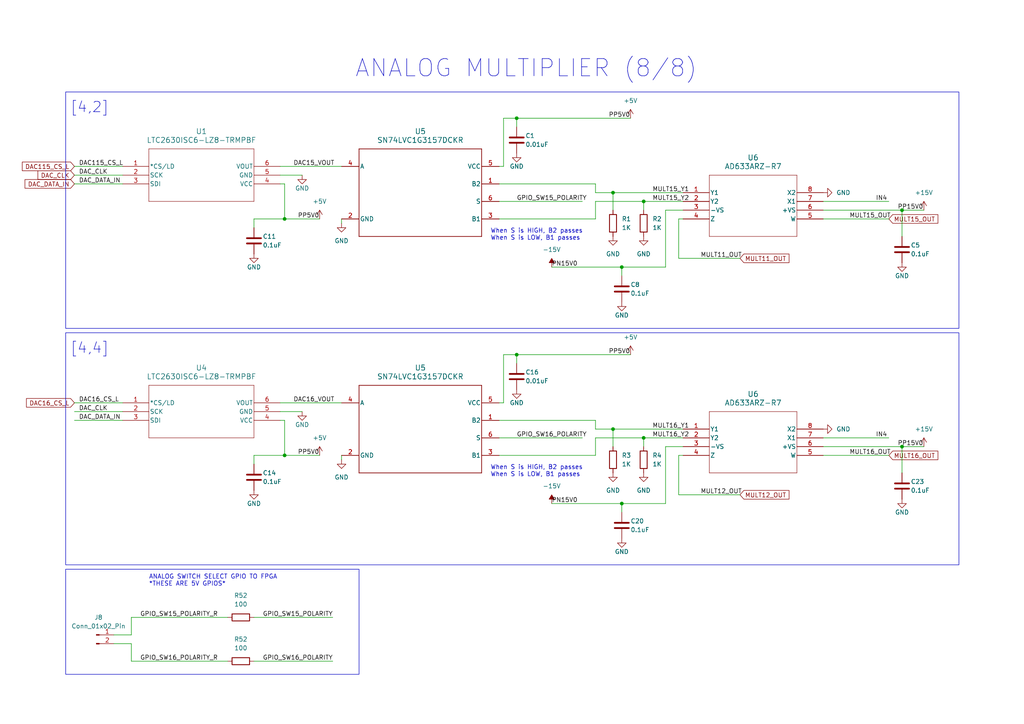
<source format=kicad_sch>
(kicad_sch (version 20230121) (generator eeschema)
  (paper "A4")
  (lib_symbols
    (symbol "AD633ARZ-R7:AD633ARZ-R7" (pin_names (offset 0.254))
      (property "Reference" "U" (at 20.32 10.16 0))
      (property "Value" "AD633ARZ-R7" (at 20.32 7.62 0))
      (symbol "AD633ARZ-R7_0_1"
        (polyline (pts (xy 7.62 -12.7) (xy 33.02 -12.7)) (stroke (width 0.127)))
        (polyline (pts (xy 7.62 5.08) (xy 7.62 -12.7)) (stroke (width 0.127)))
        (polyline (pts (xy 33.02 -12.7) (xy 33.02 5.08)) (stroke (width 0.127)))
        (polyline (pts (xy 33.02 5.08) (xy 7.62 5.08)) (stroke (width 0.127)))
        (pin unspecified line (at 0 0 0) (length 7.62) (name "Y1") (number "1"))
        (pin unspecified line (at 0 -2.54 0) (length 7.62) (name "Y2") (number "2"))
        (pin power_in line (at 0 -5.08 0) (length 7.62) (name "-VS") (number "3"))
        (pin unspecified line (at 0 -7.62 0) (length 7.62) (name "Z") (number "4"))
        (pin unspecified line (at 40.64 -7.62 180) (length 7.62) (name "W") (number "5"))
        (pin power_in line (at 40.64 -5.08 180) (length 7.62) (name "+VS") (number "6"))
        (pin unspecified line (at 40.64 -2.54 180) (length 7.62) (name "X1") (number "7"))
        (pin unspecified line (at 40.64 0 180) (length 7.62) (name "X2") (number "8"))
      )
    )
    (symbol "Connector:Conn_01x02_Pin" (pin_names (offset 1.016) hide)
      (property "Reference" "J" (at 0 2.54 0))
      (property "Value" "Conn_01x02_Pin" (at 0 -5.08 0))
      (symbol "Conn_01x02_Pin_1_1"
        (polyline (pts (xy 1.27 -2.54) (xy 0.8636 -2.54)) (stroke (width 0.1524)))
        (polyline (pts (xy 1.27 0) (xy 0.8636 0)) (stroke (width 0.1524)))
        (rectangle (start 0.8636 -2.413) (end 0 -2.667) (stroke (width 0.1524)) (fill (type outline)))
        (rectangle (start 0.8636 0.127) (end 0 -0.127) (stroke (width 0.1524)) (fill (type outline)))
        (pin passive line (at 5.08 0 180) (length 3.81) (name "Pin_1") (number "1"))
        (pin passive line (at 5.08 -2.54 180) (length 3.81) (name "Pin_2") (number "2"))
      )
    )
    (symbol "Device:C" (pin_numbers hide) (pin_names (offset 0.254))
      (property "Reference" "C" (at 0.635 2.54 0))
      (property "Value" "C" (at 0.635 -2.54 0))
      (symbol "C_0_1"
        (polyline (pts (xy -2.032 -0.762) (xy 2.032 -0.762)) (stroke (width 0.508)))
        (polyline (pts (xy -2.032 0.762) (xy 2.032 0.762)) (stroke (width 0.508)))
      )
      (symbol "C_1_1"
        (pin passive line (at 0 3.81 270) (length 2.794) (name "~") (number "1"))
        (pin passive line (at 0 -3.81 90) (length 2.794) (name "~") (number "2"))
      )
    )
    (symbol "Device:R" (pin_numbers hide) (pin_names (offset 0))
      (property "Reference" "R" (at 2.032 0 90))
      (property "Value" "R" (at 0 0 90))
      (symbol "R_0_1"
        (rectangle (start -1.016 -2.54) (end 1.016 2.54) (stroke (width 0.254)))
      )
      (symbol "R_1_1"
        (pin passive line (at 0 3.81 270) (length 1.27) (name "~") (number "1"))
        (pin passive line (at 0 -3.81 90) (length 1.27) (name "~") (number "2"))
      )
    )
    (symbol "LTC2630ISC6-LZ8#TRMPBF:LTC2630ISC6-LZ8-TRMPBF" (pin_names (offset 0.254))
      (property "Reference" "U" (at 22.86 10.16 0))
      (property "Value" "LTC2630ISC6-LZ8-TRMPBF" (at 22.86 7.62 0))
      (symbol "LTC2630ISC6-LZ8-TRMPBF_0_1"
        (polyline (pts (xy 7.62 -10.16) (xy 38.1 -10.16)) (stroke (width 0.127)))
        (polyline (pts (xy 7.62 5.08) (xy 7.62 -10.16)) (stroke (width 0.127)))
        (polyline (pts (xy 38.1 -10.16) (xy 38.1 5.08)) (stroke (width 0.127)))
        (polyline (pts (xy 38.1 5.08) (xy 7.62 5.08)) (stroke (width 0.127)))
        (pin input line (at 0 0 0) (length 7.62) (name "*CS/LD") (number "1"))
        (pin input line (at 0 -2.54 0) (length 7.62) (name "SCK") (number "2"))
        (pin input line (at 0 -5.08 0) (length 7.62) (name "SDI") (number "3"))
        (pin power_in line (at 45.72 -5.08 180) (length 7.62) (name "VCC") (number "4"))
        (pin power_out line (at 45.72 -2.54 180) (length 7.62) (name "GND") (number "5"))
        (pin output line (at 45.72 0 180) (length 7.62) (name "VOUT") (number "6"))
      )
    )
    (symbol "SN74LVC1G3157DCKR:SN74LVC1G3157DCKR" (pin_names (offset 0.254))
      (property "Reference" "U" (at 0 2.54 0))
      (property "Value" "SN74LVC1G3157DCKR" (at 0 0 0))
      (symbol "SN74LVC1G3157DCKR_0_1"
        (polyline (pts (xy -17.78 -12.7) (xy 17.78 -12.7)) (stroke (width 0.2032)))
        (polyline (pts (xy -17.78 12.7) (xy -17.78 -12.7)) (stroke (width 0.2032)))
        (polyline (pts (xy 17.78 -12.7) (xy 17.78 12.7)) (stroke (width 0.2032)))
        (polyline (pts (xy 17.78 12.7) (xy -17.78 12.7)) (stroke (width 0.2032)))
        (pin input line (at -22.86 2.54 0) (length 5.08) (name "B2") (number "1"))
        (pin power_in line (at 22.86 -7.62 180) (length 5.08) (name "GND") (number "2"))
        (pin input line (at -22.86 -7.62 0) (length 5.08) (name "B1") (number "3"))
        (pin output line (at 22.86 7.62 180) (length 5.08) (name "A") (number "4"))
        (pin power_in line (at -22.86 7.62 0) (length 5.08) (name "VCC") (number "5"))
        (pin input line (at -22.86 -2.54 0) (length 5.08) (name "S") (number "6"))
      )
    )
    (symbol "power:+15V" (power) (pin_names (offset 0))
      (property "Value" "+15V" (at 0 3.556 0))
      (symbol "+15V_0_1"
        (polyline (pts (xy -0.762 1.27) (xy 0 2.54)))
        (polyline (pts (xy 0 0) (xy 0 2.54)))
        (polyline (pts (xy 0 2.54) (xy 0.762 1.27)))
      )
      (symbol "+15V_1_1"
        (pin power_in line (at 0 0 90) (length 0) hide (name "+15V") (number "1"))
      )
    )
    (symbol "power:+5V" (power) (pin_names (offset 0))
      (property "Value" "+5V" (at 0 3.556 0))
      (symbol "+5V_0_1"
        (polyline (pts (xy -0.762 1.27) (xy 0 2.54)))
        (polyline (pts (xy 0 0) (xy 0 2.54)))
        (polyline (pts (xy 0 2.54) (xy 0.762 1.27)))
      )
      (symbol "+5V_1_1"
        (pin power_in line (at 0 0 90) (length 0) hide (name "+5V") (number "1"))
      )
    )
    (symbol "power:-15V" (power) (pin_names (offset 0))
      (property "Value" "-15V" (at 0 3.81 0))
      (symbol "-15V_0_0"
        (pin power_in line (at 0 0 90) (length 0) hide (name "-15V") (number "1"))
      )
      (symbol "-15V_0_1"
        (polyline (pts (xy 0 0) (xy 0 1.27) (xy 0.762 1.27) (xy 0 2.54) (xy -0.762 1.27) (xy 0 1.27)) (fill (type outline)))
      )
    )
    (symbol "power:GND" (power) (pin_names (offset 0))
      (property "Value" "GND" (at 0 -3.81 0))
      (symbol "GND_0_1"
        (polyline (pts (xy 0 0) (xy 0 -1.27) (xy 1.27 -1.27) (xy 0 -2.54) (xy -1.27 -1.27) (xy 0 -1.27)))
      )
      (symbol "GND_1_1"
        (pin power_in line (at 0 0 270) (length 0) hide (name "GND") (number "1"))
      )
    )
  )
  (junction (at 186.69 127))
  (junction (at 180.34 77.47))
  (junction (at 186.69 58.42))
  (junction (at 149.86 34.29))
  (junction (at 261.62 60.96))
  (junction (at 82.55 132.08))
  (junction (at 177.8 55.88))
  (junction (at 82.55 63.5))
  (junction (at 149.86 102.87))
  (junction (at 177.8 124.46))
  (junction (at 180.34 146.05))
  (junction (at 261.62 129.54))
  (wire (pts (xy 177.8 55.88) (xy 198.12 55.88)))
  (wire (pts (xy 180.34 77.47) (xy 180.34 80.01)))
  (wire (pts (xy 172.72 58.42) (xy 186.69 58.42)))
  (wire (pts (xy 146.05 102.87) (xy 149.86 102.87)))
  (wire (pts (xy 73.66 191.77) (xy 96.52 191.77)))
  (wire (pts (xy 196.85 74.93) (xy 214.63 74.93)))
  (wire (pts (xy 238.76 58.42) (xy 257.81 58.42)))
  (wire (pts (xy 21.59 48.26) (xy 35.56 48.26)))
  (wire (pts (xy 81.28 116.84) (xy 99.06 116.84)))
  (wire (pts (xy 82.55 121.92) (xy 81.28 121.92)))
  (wire (pts (xy 177.8 124.46) (xy 177.8 129.54)))
  (wire (pts (xy 172.72 121.92) (xy 172.72 124.46)))
  (wire (pts (xy 186.69 127) (xy 198.12 127)))
  (wire (pts (xy 160.02 146.05) (xy 180.34 146.05)))
  (wire (pts (xy 38.1 186.69) (xy 38.1 191.77)))
  (wire (pts (xy 144.78 127) (xy 168.91 127)))
  (wire (pts (xy 198.12 129.54) (xy 193.04 129.54)))
  (wire (pts (xy 196.85 63.5) (xy 198.12 63.5)))
  (wire (pts (xy 82.55 53.34) (xy 82.55 63.5)))
  (wire (pts (xy 149.86 102.87) (xy 149.86 105.41)))
  (wire (pts (xy 196.85 63.5) (xy 196.85 74.93)))
  (wire (pts (xy 193.04 60.96) (xy 193.04 77.47)))
  (wire (pts (xy 261.62 129.54) (xy 267.97 129.54)))
  (wire (pts (xy 261.62 60.96) (xy 267.97 60.96)))
  (wire (pts (xy 172.72 132.08) (xy 172.72 127)))
  (wire (pts (xy 149.86 102.87) (xy 182.88 102.87)))
  (wire (pts (xy 81.28 48.26) (xy 99.06 48.26)))
  (wire (pts (xy 82.55 63.5) (xy 92.71 63.5)))
  (wire (pts (xy 177.8 55.88) (xy 177.8 60.96)))
  (wire (pts (xy 73.66 132.08) (xy 82.55 132.08)))
  (wire (pts (xy 172.72 55.88) (xy 177.8 55.88)))
  (wire (pts (xy 81.28 50.8) (xy 87.63 50.8)))
  (wire (pts (xy 146.05 116.84) (xy 144.78 116.84)))
  (wire (pts (xy 99.06 64.77) (xy 99.06 63.5)))
  (wire (pts (xy 180.34 77.47) (xy 193.04 77.47)))
  (wire (pts (xy 144.78 121.92) (xy 172.72 121.92)))
  (wire (pts (xy 196.85 143.51) (xy 214.63 143.51)))
  (wire (pts (xy 172.72 124.46) (xy 177.8 124.46)))
  (wire (pts (xy 144.78 58.42) (xy 168.91 58.42)))
  (wire (pts (xy 38.1 191.77) (xy 66.04 191.77)))
  (wire (pts (xy 146.05 34.29) (xy 146.05 48.26)))
  (wire (pts (xy 33.02 186.69) (xy 38.1 186.69)))
  (wire (pts (xy 193.04 129.54) (xy 193.04 146.05)))
  (wire (pts (xy 146.05 102.87) (xy 146.05 116.84)))
  (wire (pts (xy 238.76 60.96) (xy 261.62 60.96)))
  (wire (pts (xy 180.34 146.05) (xy 193.04 146.05)))
  (wire (pts (xy 73.66 63.5) (xy 73.66 66.04)))
  (wire (pts (xy 186.69 58.42) (xy 198.12 58.42)))
  (wire (pts (xy 198.12 60.96) (xy 193.04 60.96)))
  (wire (pts (xy 149.86 34.29) (xy 182.88 34.29)))
  (wire (pts (xy 238.76 127) (xy 257.81 127)))
  (wire (pts (xy 82.55 132.08) (xy 92.71 132.08)))
  (wire (pts (xy 21.59 121.92) (xy 35.56 121.92)))
  (wire (pts (xy 146.05 34.29) (xy 149.86 34.29)))
  (wire (pts (xy 144.78 53.34) (xy 172.72 53.34)))
  (wire (pts (xy 144.78 63.5) (xy 172.72 63.5)))
  (wire (pts (xy 238.76 63.5) (xy 257.81 63.5)))
  (wire (pts (xy 172.72 127) (xy 186.69 127)))
  (wire (pts (xy 261.62 129.54) (xy 261.62 137.16)))
  (wire (pts (xy 160.02 77.47) (xy 180.34 77.47)))
  (wire (pts (xy 146.05 48.26) (xy 144.78 48.26)))
  (wire (pts (xy 82.55 53.34) (xy 81.28 53.34)))
  (wire (pts (xy 21.59 116.84) (xy 35.56 116.84)))
  (wire (pts (xy 172.72 53.34) (xy 172.72 55.88)))
  (wire (pts (xy 144.78 132.08) (xy 172.72 132.08)))
  (wire (pts (xy 33.02 184.15) (xy 38.1 184.15)))
  (wire (pts (xy 38.1 184.15) (xy 38.1 179.07)))
  (wire (pts (xy 99.06 133.35) (xy 99.06 132.08)))
  (wire (pts (xy 238.76 129.54) (xy 261.62 129.54)))
  (wire (pts (xy 73.66 179.07) (xy 96.52 179.07)))
  (wire (pts (xy 73.66 132.08) (xy 73.66 134.62)))
  (wire (pts (xy 21.59 50.8) (xy 35.56 50.8)))
  (wire (pts (xy 261.62 60.96) (xy 261.62 68.58)))
  (wire (pts (xy 82.55 121.92) (xy 82.55 132.08)))
  (wire (pts (xy 21.59 53.34) (xy 35.56 53.34)))
  (wire (pts (xy 81.28 119.38) (xy 87.63 119.38)))
  (wire (pts (xy 149.86 34.29) (xy 149.86 36.83)))
  (wire (pts (xy 186.69 127) (xy 186.69 129.54)))
  (wire (pts (xy 21.59 119.38) (xy 35.56 119.38)))
  (wire (pts (xy 177.8 124.46) (xy 198.12 124.46)))
  (wire (pts (xy 238.76 132.08) (xy 257.81 132.08)))
  (wire (pts (xy 73.66 63.5) (xy 82.55 63.5)))
  (wire (pts (xy 38.1 179.07) (xy 66.04 179.07)))
  (wire (pts (xy 186.69 58.42) (xy 186.69 60.96)))
  (wire (pts (xy 196.85 132.08) (xy 196.85 143.51)))
  (wire (pts (xy 180.34 146.05) (xy 180.34 148.59)))
  (wire (pts (xy 172.72 63.5) (xy 172.72 58.42)))
  (wire (pts (xy 196.85 132.08) (xy 198.12 132.08)))
  (rectangle (start 19.05 26.67) (end 278.13 95.25))
  (rectangle (start 19.05 96.52) (end 278.13 163.83))
  (rectangle (start 19.05 165.1) (end 104.14 195.58))
  (text "When S is HIGH, B2 passes\nWhen S is LOW, B1 passes" (at 142.24 138.43 0) (effects (font (size 1.27 1.27)) (justify left bottom)))
  (text "[4,2]" (at 20.32 33.02 0) (effects (font (size 3 3)) (justify left bottom)))
  (text "[4,4]" (at 20.32 102.87 0) (effects (font (size 3 3)) (justify left bottom)))
  (text "When S is HIGH, B2 passes\nWhen S is LOW, B1 passes" (at 142.24 69.85 0) (effects (font (size 1.27 1.27)) (justify left bottom)))
  (text "ANALOG SWITCH SELECT GPIO TO FPGA\n*THESE ARE 5V GPIOS*" (at 43.18 170.18 0) (effects (font (size 1.27 1.27)) (justify left bottom)))
  (text "ANALOG MULTIPLIER (8/8)" (at 102.87 22.86 0) (effects (font (size 5 5)) (justify left bottom)))
  (label "MULT15_OUT" (at 246.38 63.5 0))
  (label "IN4" (at 254 127 0))
  (label "DAC_DATA_IN" (at 22.86 53.34 0))
  (label "MULT15_Y2" (at 189.23 58.42 0))
  (label "MULT12_OUT" (at 203.2 143.51 0))
  (label "GPIO_SW16_POLARITY" (at 149.86 127 0))
  (label "DAC16_VOUT" (at 85.09 116.84 0))
  (label "GPIO_SW16_POLARITY_R" (at 40.64 191.77 0))
  (label "MULT16_Y2" (at 189.23 127 0))
  (label "PP5V0" (at 86.36 63.5 0))
  (label "MULT16_Y1" (at 189.23 124.46 0))
  (label "DAC115_CS_L" (at 22.86 48.26 0))
  (label "MULT15_Y1" (at 189.23 55.88 0))
  (label "IN4" (at 254 58.42 0))
  (label "DAC16_CS_L" (at 22.86 116.84 0))
  (label "PN15V0" (at 160.02 77.47 0))
  (label "GPIO_SW16_POLARITY" (at 76.2 191.77 0))
  (label "DAC15_VOUT" (at 85.09 48.26 0))
  (label "MULT11_OUT" (at 203.2 74.93 0))
  (label "PP5V0" (at 176.53 34.29 0))
  (label "GPIO_SW15_POLARITY" (at 149.86 58.42 0))
  (label "DAC_CLK" (at 22.86 50.8 0))
  (label "PP15V0" (at 260.35 60.96 0))
  (label "PN15V0" (at 160.02 146.05 0))
  (label "GPIO_SW15_POLARITY" (at 76.2 179.07 0))
  (label "PP15V0" (at 260.35 129.54 0))
  (label "PP5V0" (at 176.53 102.87 0))
  (label "PP5V0" (at 86.36 132.08 0))
  (label "GPIO_SW15_POLARITY_R" (at 40.64 179.07 0))
  (label "DAC_DATA_IN" (at 22.86 121.92 0))
  (label "MULT16_OUT" (at 246.38 132.08 0))
  (label "DAC_CLK" (at 22.86 119.38 0))
  (global_label "MULT15_OUT" (shape input) (at 257.81 63.5 0) (property "Intersheetrefs" "${INTERSHEET_REFS}" (effects hide)))
  (global_label "MULT12_OUT" (shape input) (at 214.63 143.51 0) (property "Intersheetrefs" "${INTERSHEET_REFS}" (effects hide)))
  (global_label "MULT16_OUT" (shape input) (at 257.81 132.08 0) (property "Intersheetrefs" "${INTERSHEET_REFS}" (effects hide)))
  (global_label "DAC_DATA_IN" (shape input) (at 21.59 53.34 180) (property "Intersheetrefs" "${INTERSHEET_REFS}" (effects hide)))
  (global_label "DAC115_CS_L" (shape input) (at 21.59 48.26 180) (property "Intersheetrefs" "${INTERSHEET_REFS}" (effects hide)))
  (global_label "MULT11_OUT" (shape input) (at 214.63 74.93 0) (property "Intersheetrefs" "${INTERSHEET_REFS}" (effects hide)))
  (global_label "DAC16_CS_L" (shape input) (at 21.59 116.84 180) (property "Intersheetrefs" "${INTERSHEET_REFS}" (effects hide)))
  (global_label "DAC_CLK" (shape input) (at 21.59 50.8 180) (property "Intersheetrefs" "${INTERSHEET_REFS}" (effects hide)))
  (symbol (lib_id "power:GND") (at 180.34 87.63 0) (unit 1)
    (property "Reference" "#PWR014" (effects hide))
    (property "Value" "GND" (at 180.34 91.44 0))
    (instances (project "fydp" (path "" (reference "#PWR014") (unit 1)) (path "" (reference "#PWR057") (unit 1)) (path "" (reference "#PWR093") (unit 1)) (path "" (reference "#PWR0129") (unit 1)) (path "" (reference "#PWR0201") (unit 1)) (path "" (reference "#PWR0165") (unit 1)) (path "" (reference "#PWR0237") (unit 1)) (path "" (reference "#PWR0273") (unit 1))))
  )
  (symbol (lib_id "Device:R") (at 69.85 191.77 270) (unit 1)
    (property "Reference" "R52" (at 69.85 185.42 90))
    (property "Value" "100" (at 69.85 187.96 90))
    (property "Footprint" "Resistor_SMD:R_0805_2012Metric" (effects hide))
    (instances (project "fydp" (path "" (reference "R52") (unit 1)) (path "" (reference "R78") (unit 1)) (path "" (reference "R82") (unit 1)) (path "" (reference "R96") (unit 1))))
  )
  (symbol (lib_id "power:GND") (at 87.63 50.8 0) (unit 1)
    (property "Reference" "#PWR01" (effects hide))
    (property "Value" "GND" (at 87.63 54.61 0))
    (instances (project "fydp" (path "" (reference "#PWR01") (unit 1)) (path "" (reference "#PWR043") (unit 1)) (path "" (reference "#PWR079") (unit 1)) (path "" (reference "#PWR0115") (unit 1)) (path "" (reference "#PWR0187") (unit 1)) (path "" (reference "#PWR0151") (unit 1)) (path "" (reference "#PWR0223") (unit 1)) (path "" (reference "#PWR0259") (unit 1))))
  )
  (symbol (lib_id "power:+5V") (at 182.88 102.87 0) (unit 1)
    (property "Reference" "#PWR021" (effects hide))
    (property "Value" "+5V" (at 182.88 97.79 0))
    (instances (project "fydp" (path "" (reference "#PWR021") (unit 1)) (path "" (reference "#PWR053") (unit 1)) (path "" (reference "#PWR0169") (unit 1))))
  )
  (symbol (lib_id "power:GND") (at 87.63 119.38 0) (unit 1)
    (property "Reference" "#PWR022" (effects hide))
    (property "Value" "GND" (at 87.63 123.19 0))
    (instances (project "fydp" (path "" (reference "#PWR022") (unit 1)) (path "" (reference "#PWR044") (unit 1)) (path "" (reference "#PWR080") (unit 1)) (path "" (reference "#PWR0116") (unit 1)) (path "" (reference "#PWR0188") (unit 1)) (path "" (reference "#PWR0152") (unit 1)) (path "" (reference "#PWR0224") (unit 1)) (path "" (reference "#PWR0260") (unit 1))))
  )
  (symbol (lib_id "AD633ARZ-R7:AD633ARZ-R7") (at 198.12 124.46 0) (unit 1)
    (property "Reference" "U6" (at 218.44 114.3 0) (effects (font (size 1.524 1.524))))
    (property "Value" "AD633ARZ-R7" (at 218.44 116.84 0) (effects (font (size 1.524 1.524))))
    (property "Footprint" "fydp:R_8_ADI" (effects hide))
    (property "Datasheet" "AD633ARZ-R7" (effects hide))
    (instances (project "fydp" (path "" (reference "U6") (unit 1)) (path "" (reference "U12") (unit 1)) (path "" (reference "U18") (unit 1)) (path "" (reference "U30") (unit 1)) (path "" (reference "U48") (unit 1))))
  )
  (symbol (lib_id "power:GND") (at 99.06 133.35 0) (unit 1)
    (property "Reference" "#PWR023" (effects hide))
    (property "Value" "GND" (at 99.06 138.43 0))
    (instances (project "fydp" (path "" (reference "#PWR023") (unit 1)) (path "" (reference "#PWR046") (unit 1)) (path "" (reference "#PWR082") (unit 1)) (path "" (reference "#PWR0118") (unit 1)) (path "" (reference "#PWR0190") (unit 1)) (path "" (reference "#PWR0154") (unit 1)) (path "" (reference "#PWR0226") (unit 1)) (path "" (reference "#PWR0262") (unit 1))))
  )
  (symbol (lib_id "SN74LVC1G3157DCKR:SN74LVC1G3157DCKR") (at 121.92 55.88 0) (mirror y) (unit 1)
    (property "Reference" "U5" (at 121.92 38.1 0) (effects (font (size 1.524 1.524))))
    (property "Value" "SN74LVC1G3157DCKR" (at 121.92 40.64 0) (effects (font (size 1.524 1.524))))
    (property "Footprint" "Package_TO_SOT_SMD:SOT-23-6_Handsoldering" (effects hide))
    (property "Datasheet" "SN74LVC1G3157DCKR" (effects hide))
    (instances (project "fydp" (path "" (reference "U5") (unit 1)) (path "" (reference "U10") (unit 1)) (path "" (reference "U16") (unit 1)) (path "" (reference "U22") (unit 1)) (path "" (reference "U45") (unit 1))))
  )
  (symbol (lib_id "power:GND") (at 238.76 124.46 90) (unit 1)
    (property "Reference" "#PWR033" (effects hide))
    (property "Value" "GND" (at 242.57 124.46 90) (effects (justify right)))
    (instances (project "fydp" (path "" (reference "#PWR033") (unit 1)) (path "" (reference "#PWR066") (unit 1)) (path "" (reference "#PWR0102") (unit 1)) (path "" (reference "#PWR0138") (unit 1)) (path "" (reference "#PWR0210") (unit 1)) (path "" (reference "#PWR0174") (unit 1)) (path "" (reference "#PWR0246") (unit 1)) (path "" (reference "#PWR0282") (unit 1))))
  )
  (symbol (lib_id "power:+15V") (at 267.97 60.96 0) (unit 1)
    (property "Reference" "#PWR016" (effects hide))
    (property "Value" "+15V" (at 267.97 55.88 0))
    (instances (project "fydp" (path "" (reference "#PWR016") (unit 1)) (path "" (reference "#PWR061") (unit 1)) (path "" (reference "#PWR0160") (unit 1))))
  )
  (symbol (lib_id "Device:C") (at 73.66 138.43 0) (unit 1)
    (property "Reference" "C14" (at 76.2 137.16 0) (effects (justify left)))
    (property "Value" "0.1uF" (at 76.2 139.7 0) (effects (justify left)))
    (property "Footprint" "Capacitor_SMD:C_0805_2012Metric" (effects hide))
    (instances (project "fydp" (path "" (reference "C14") (unit 1)) (path "" (reference "C28") (unit 1)) (path "" (reference "C52") (unit 1)) (path "" (reference "C76") (unit 1)) (path "" (reference "C124") (unit 1)) (path "" (reference "C100") (unit 1)) (path "" (reference "C148") (unit 1)) (path "" (reference "C172") (unit 1))))
  )
  (symbol (lib_id "power:GND") (at 186.69 137.16 0) (unit 1)
    (property "Reference" "#PWR030" (effects hide))
    (property "Value" "GND" (at 186.69 142.24 0))
    (instances (project "fydp" (path "" (reference "#PWR030") (unit 1)) (path "" (reference "#PWR060") (unit 1)) (path "" (reference "#PWR096") (unit 1)) (path "" (reference "#PWR0132") (unit 1)) (path "" (reference "#PWR0204") (unit 1)) (path "" (reference "#PWR0168") (unit 1)) (path "" (reference "#PWR0240") (unit 1)) (path "" (reference "#PWR0276") (unit 1))))
  )
  (symbol (lib_id "power:GND") (at 73.66 73.66 0) (unit 1)
    (property "Reference" "#PWR017" (effects hide))
    (property "Value" "GND" (at 73.66 77.47 0))
    (instances (project "fydp" (path "" (reference "#PWR017") (unit 1)) (path "" (reference "#PWR039") (unit 1)) (path "" (reference "#PWR075") (unit 1)) (path "" (reference "#PWR0111") (unit 1)) (path "" (reference "#PWR0183") (unit 1)) (path "" (reference "#PWR0147") (unit 1)) (path "" (reference "#PWR0219") (unit 1)) (path "" (reference "#PWR0255") (unit 1))))
  )
  (symbol (lib_id "power:GND") (at 261.62 144.78 0) (unit 1)
    (property "Reference" "#PWR035" (effects hide))
    (property "Value" "GND" (at 261.62 148.59 0))
    (instances (project "fydp" (path "" (reference "#PWR035") (unit 1)) (path "" (reference "#PWR070") (unit 1)) (path "" (reference "#PWR0106") (unit 1)) (path "" (reference "#PWR0142") (unit 1)) (path "" (reference "#PWR0214") (unit 1)) (path "" (reference "#PWR0178") (unit 1)) (path "" (reference "#PWR0250") (unit 1)) (path "" (reference "#PWR0286") (unit 1))))
  )
  (symbol (lib_id "power:GND") (at 73.66 142.24 0) (unit 1)
    (property "Reference" "#PWR020" (effects hide))
    (property "Value" "GND" (at 73.66 146.05 0))
    (instances (project "fydp" (path "" (reference "#PWR020") (unit 1)) (path "" (reference "#PWR040") (unit 1)) (path "" (reference "#PWR076") (unit 1)) (path "" (reference "#PWR0112") (unit 1)) (path "" (reference "#PWR0184") (unit 1)) (path "" (reference "#PWR0148") (unit 1)) (path "" (reference "#PWR0220") (unit 1)) (path "" (reference "#PWR0256") (unit 1))))
  )
  (symbol (lib_id "power:GND") (at 177.8 68.58 0) (unit 1)
    (property "Reference" "#PWR04" (effects hide))
    (property "Value" "GND" (at 177.8 73.66 0))
    (instances (project "fydp" (path "" (reference "#PWR04") (unit 1)) (path "" (reference "#PWR055") (unit 1)) (path "" (reference "#PWR091") (unit 1)) (path "" (reference "#PWR0127") (unit 1)) (path "" (reference "#PWR0199") (unit 1)) (path "" (reference "#PWR0163") (unit 1)) (path "" (reference "#PWR0235") (unit 1)) (path "" (reference "#PWR0271") (unit 1))))
  )
  (symbol (lib_id "power:GND") (at 177.8 137.16 0) (unit 1)
    (property "Reference" "#PWR028" (effects hide))
    (property "Value" "GND" (at 177.8 142.24 0))
    (instances (project "fydp" (path "" (reference "#PWR028") (unit 1)) (path "" (reference "#PWR056") (unit 1)) (path "" (reference "#PWR092") (unit 1)) (path "" (reference "#PWR0128") (unit 1)) (path "" (reference "#PWR0200") (unit 1)) (path "" (reference "#PWR0164") (unit 1)) (path "" (reference "#PWR0236") (unit 1)) (path "" (reference "#PWR0272") (unit 1))))
  )
  (symbol (lib_id "power:-15V") (at 160.02 77.47 0) (unit 1)
    (property "Reference" "#PWR018" (effects hide))
    (property "Value" "-15V" (at 160.02 72.39 0))
    (instances (project "fydp" (path "" (reference "#PWR018") (unit 1)) (path "" (reference "#PWR062") (unit 1)) (path "" (reference "#PWR0162") (unit 1))))
  )
  (symbol (lib_id "AD633ARZ-R7:AD633ARZ-R7") (at 198.12 55.88 0) (unit 1)
    (property "Reference" "U6" (at 218.44 45.72 0) (effects (font (size 1.524 1.524))))
    (property "Value" "AD633ARZ-R7" (at 218.44 48.26 0) (effects (font (size 1.524 1.524))))
    (property "Footprint" "fydp:R_8_ADI" (effects hide))
    (property "Datasheet" "AD633ARZ-R7" (effects hide))
    (instances (project "fydp" (path "" (reference "U6") (unit 1)) (path "" (reference "U12") (unit 1)) (path "" (reference "U18") (unit 1)) (path "" (reference "U30") (unit 1)) (path "" (reference "U47") (unit 1))))
  )
  (symbol (lib_id "Connector:Conn_01x02_Pin") (at 27.94 184.15 0) (unit 1)
    (property "Reference" "J8" (at 28.575 179.07 0))
    (property "Value" "Conn_01x02_Pin" (at 28.575 181.61 0))
    (property "Footprint" "Connector_PinHeader_2.54mm:PinHeader_1x02_P2.54mm_Vertical" (effects hide))
    (instances (project "fydp" (path "" (reference "J8") (unit 1)) (path "" (reference "J10") (unit 1)) (path "" (reference "J17") (unit 1))))
  )
  (symbol (lib_id "Device:C") (at 149.86 40.64 0) (unit 1)
    (property "Reference" "C1" (at 152.4 39.37 0) (effects (justify left)))
    (property "Value" "0.01uF" (at 152.4 41.91 0) (effects (justify left)))
    (property "Footprint" "Capacitor_SMD:C_0805_2012Metric" (effects hide))
    (instances (project "fydp" (path "" (reference "C1") (unit 1)) (path "" (reference "C31") (unit 1)) (path "" (reference "C55") (unit 1)) (path "" (reference "C79") (unit 1)) (path "" (reference "C127") (unit 1)) (path "" (reference "C103") (unit 1)) (path "" (reference "C151") (unit 1)) (path "" (reference "C175") (unit 1))))
  )
  (symbol (lib_id "Device:C") (at 261.62 72.39 0) (unit 1)
    (property "Reference" "C5" (at 264.16 71.12 0) (effects (justify left)))
    (property "Value" "0.1uF" (at 264.16 73.66 0) (effects (justify left)))
    (property "Footprint" "Capacitor_SMD:C_0805_2012Metric" (effects hide))
    (instances (project "fydp" (path "" (reference "C5") (unit 1)) (path "" (reference "C45") (unit 1)) (path "" (reference "C69") (unit 1)) (path "" (reference "C93") (unit 1)) (path "" (reference "C141") (unit 1)) (path "" (reference "C117") (unit 1)) (path "" (reference "C165") (unit 1)) (path "" (reference "C189") (unit 1))))
  )
  (symbol (lib_id "SN74LVC1G3157DCKR:SN74LVC1G3157DCKR") (at 121.92 124.46 0) (mirror y) (unit 1)
    (property "Reference" "U5" (at 121.92 106.68 0) (effects (font (size 1.524 1.524))))
    (property "Value" "SN74LVC1G3157DCKR" (at 121.92 109.22 0) (effects (font (size 1.524 1.524))))
    (property "Footprint" "Package_TO_SOT_SMD:SOT-23-6_Handsoldering" (effects hide))
    (property "Datasheet" "SN74LVC1G3157DCKR" (effects hide))
    (instances (project "fydp" (path "" (reference "U5") (unit 1)) (path "" (reference "U10") (unit 1)) (path "" (reference "U16") (unit 1)) (path "" (reference "U22") (unit 1)) (path "" (reference "U46") (unit 1))))
  )
  (symbol (lib_id "power:GND") (at 261.62 76.2 0) (unit 1)
    (property "Reference" "#PWR011" (effects hide))
    (property "Value" "GND" (at 261.62 80.01 0))
    (instances (project "fydp" (path "" (reference "#PWR011") (unit 1)) (path "" (reference "#PWR069") (unit 1)) (path "" (reference "#PWR0105") (unit 1)) (path "" (reference "#PWR0141") (unit 1)) (path "" (reference "#PWR0213") (unit 1)) (path "" (reference "#PWR0177") (unit 1)) (path "" (reference "#PWR0249") (unit 1)) (path "" (reference "#PWR0285") (unit 1))))
  )
  (symbol (lib_id "power:+5V") (at 92.71 63.5 0) (unit 1)
    (property "Reference" "#PWR021" (effects hide))
    (property "Value" "+5V" (at 92.71 58.42 0))
    (instances (project "fydp" (path "" (reference "#PWR021") (unit 1)) (path "" (reference "#PWR051") (unit 1)) (path "" (reference "#PWR0161") (unit 1))))
  )
  (symbol (lib_id "power:+15V") (at 267.97 129.54 0) (unit 1)
    (property "Reference" "#PWR016" (effects hide))
    (property "Value" "+15V" (at 267.97 124.46 0))
    (instances (project "fydp" (path "" (reference "#PWR016") (unit 1)) (path "" (reference "#PWR067") (unit 1)) (path "" (reference "#PWR0170") (unit 1))))
  )
  (symbol (lib_id "power:GND") (at 99.06 64.77 0) (unit 1)
    (property "Reference" "#PWR02" (effects hide))
    (property "Value" "GND" (at 99.06 69.85 0))
    (instances (project "fydp" (path "" (reference "#PWR02") (unit 1)) (path "" (reference "#PWR045") (unit 1)) (path "" (reference "#PWR081") (unit 1)) (path "" (reference "#PWR0117") (unit 1)) (path "" (reference "#PWR0189") (unit 1)) (path "" (reference "#PWR0153") (unit 1)) (path "" (reference "#PWR0225") (unit 1)) (path "" (reference "#PWR0261") (unit 1))))
  )
  (symbol (lib_id "power:+5V") (at 182.88 34.29 0) (unit 1)
    (property "Reference" "#PWR021" (effects hide))
    (property "Value" "+5V" (at 182.88 29.21 0))
    (instances (project "fydp" (path "" (reference "#PWR021") (unit 1)) (path "" (reference "#PWR052") (unit 1)) (path "" (reference "#PWR0159") (unit 1))))
  )
  (symbol (lib_id "Device:C") (at 180.34 83.82 0) (unit 1)
    (property "Reference" "C8" (at 182.88 82.55 0) (effects (justify left)))
    (property "Value" "0.1uF" (at 182.88 85.09 0) (effects (justify left)))
    (property "Footprint" "Capacitor_SMD:C_0805_2012Metric" (effects hide))
    (instances (project "fydp" (path "" (reference "C8") (unit 1)) (path "" (reference "C39") (unit 1)) (path "" (reference "C63") (unit 1)) (path "" (reference "C87") (unit 1)) (path "" (reference "C135") (unit 1)) (path "" (reference "C111") (unit 1)) (path "" (reference "C159") (unit 1)) (path "" (reference "C183") (unit 1))))
  )
  (symbol (lib_id "Device:C") (at 149.86 109.22 0) (unit 1)
    (property "Reference" "C16" (at 152.4 107.95 0) (effects (justify left)))
    (property "Value" "0.01uF" (at 152.4 110.49 0) (effects (justify left)))
    (property "Footprint" "Capacitor_SMD:C_0805_2012Metric" (effects hide))
    (instances (project "fydp" (path "" (reference "C16") (unit 1)) (path "" (reference "C32") (unit 1)) (path "" (reference "C56") (unit 1)) (path "" (reference "C80") (unit 1)) (path "" (reference "C128") (unit 1)) (path "" (reference "C104") (unit 1)) (path "" (reference "C152") (unit 1)) (path "" (reference "C176") (unit 1))))
  )
  (symbol (lib_id "power:GND") (at 186.69 68.58 0) (unit 1)
    (property "Reference" "#PWR05" (effects hide))
    (property "Value" "GND" (at 186.69 73.66 0))
    (instances (project "fydp" (path "" (reference "#PWR05") (unit 1)) (path "" (reference "#PWR059") (unit 1)) (path "" (reference "#PWR095") (unit 1)) (path "" (reference "#PWR0131") (unit 1)) (path "" (reference "#PWR0203") (unit 1)) (path "" (reference "#PWR0167") (unit 1)) (path "" (reference "#PWR0239") (unit 1)) (path "" (reference "#PWR0275") (unit 1))))
  )
  (symbol (lib_id "Device:R") (at 177.8 64.77 0) (unit 1)
    (property "Reference" "R1" (at 180.34 63.5 0) (effects (justify left)))
    (property "Value" "1K" (at 180.34 66.04 0) (effects (justify left)))
    (property "Footprint" "Resistor_SMD:R_0805_2012Metric" (effects hide))
    (instances (project "fydp" (path "" (reference "R1") (unit 1)) (path "" (reference "R5") (unit 1)) (path "" (reference "R9") (unit 1)) (path "" (reference "R13") (unit 1)) (path "" (reference "R21") (unit 1)) (path "" (reference "R17") (unit 1)) (path "" (reference "R25") (unit 1)) (path "" (reference "R29") (unit 1))))
  )
  (symbol (lib_id "power:GND") (at 149.86 113.03 0) (unit 1)
    (property "Reference" "#PWR024" (effects hide))
    (property "Value" "GND" (at 149.86 116.84 0))
    (instances (project "fydp" (path "" (reference "#PWR024") (unit 1)) (path "" (reference "#PWR048") (unit 1)) (path "" (reference "#PWR084") (unit 1)) (path "" (reference "#PWR0120") (unit 1)) (path "" (reference "#PWR0192") (unit 1)) (path "" (reference "#PWR0156") (unit 1)) (path "" (reference "#PWR0228") (unit 1)) (path "" (reference "#PWR0264") (unit 1))))
  )
  (symbol (lib_id "Device:R") (at 69.85 179.07 270) (unit 1)
    (property "Reference" "R52" (at 69.85 172.72 90))
    (property "Value" "100" (at 69.85 175.26 90))
    (property "Footprint" "Resistor_SMD:R_0805_2012Metric" (effects hide))
    (instances (project "fydp" (path "" (reference "R52") (unit 1)) (path "" (reference "R77") (unit 1)) (path "" (reference "R81") (unit 1)) (path "" (reference "R95") (unit 1))))
  )
  (symbol (lib_id "power:GND") (at 238.76 55.88 90) (unit 1)
    (property "Reference" "#PWR06" (effects hide))
    (property "Value" "GND" (at 242.57 55.88 90) (effects (justify right)))
    (instances (project "fydp" (path "" (reference "#PWR06") (unit 1)) (path "" (reference "#PWR065") (unit 1)) (path "" (reference "#PWR0101") (unit 1)) (path "" (reference "#PWR0137") (unit 1)) (path "" (reference "#PWR0209") (unit 1)) (path "" (reference "#PWR0173") (unit 1)) (path "" (reference "#PWR0245") (unit 1)) (path "" (reference "#PWR0281") (unit 1))))
  )
  (symbol (lib_id "Device:C") (at 73.66 69.85 0) (unit 1)
    (property "Reference" "C11" (at 76.2 68.58 0) (effects (justify left)))
    (property "Value" "0.1uF" (at 76.2 71.12 0) (effects (justify left)))
    (property "Footprint" "Capacitor_SMD:C_0805_2012Metric" (effects hide))
    (instances (project "fydp" (path "" (reference "C11") (unit 1)) (path "" (reference "C27") (unit 1)) (path "" (reference "C51") (unit 1)) (path "" (reference "C75") (unit 1)) (path "" (reference "C123") (unit 1)) (path "" (reference "C99") (unit 1)) (path "" (reference "C147") (unit 1)) (path "" (reference "C171") (unit 1))))
  )
  (symbol (lib_id "LTC2630ISC6-LZ8#TRMPBF:LTC2630ISC6-LZ8-TRMPBF") (at 35.56 48.26 0) (unit 1)
    (property "Reference" "U1" (at 58.42 38.1 0) (effects (font (size 1.524 1.524))))
    (property "Value" "LTC2630ISC6-LZ8-TRMPBF" (at 58.42 40.64 0) (effects (font (size 1.524 1.524))))
    (property "Footprint" "Package_TO_SOT_SMD:SOT-363_SC-70-6_Handsoldering" (effects hide))
    (property "Datasheet" "LTC2630ISC6-LZ8-TRMPBF" (effects hide))
    (instances (project "fydp" (path "" (reference "U1") (unit 1)) (path "" (reference "U7") (unit 1)) (path "" (reference "U13") (unit 1)) (path "" (reference "U19") (unit 1)) (path "" (reference "U31") (unit 1)) (path "" (reference "U25") (unit 1)) (path "" (reference "U37") (unit 1)) (path "" (reference "U43") (unit 1))))
  )
  (symbol (lib_id "Device:C") (at 180.34 152.4 0) (unit 1)
    (property "Reference" "C20" (at 182.88 151.13 0) (effects (justify left)))
    (property "Value" "0.1uF" (at 182.88 153.67 0) (effects (justify left)))
    (property "Footprint" "Capacitor_SMD:C_0805_2012Metric" (effects hide))
    (instances (project "fydp" (path "" (reference "C20") (unit 1)) (path "" (reference "C40") (unit 1)) (path "" (reference "C64") (unit 1)) (path "" (reference "C88") (unit 1)) (path "" (reference "C136") (unit 1)) (path "" (reference "C112") (unit 1)) (path "" (reference "C160") (unit 1)) (path "" (reference "C184") (unit 1))))
  )
  (symbol (lib_id "LTC2630ISC6-LZ8#TRMPBF:LTC2630ISC6-LZ8-TRMPBF") (at 35.56 116.84 0) (unit 1)
    (property "Reference" "U4" (at 58.42 106.68 0) (effects (font (size 1.524 1.524))))
    (property "Value" "LTC2630ISC6-LZ8-TRMPBF" (at 58.42 109.22 0) (effects (font (size 1.524 1.524))))
    (property "Footprint" "Package_TO_SOT_SMD:SOT-363_SC-70-6_Handsoldering" (effects hide))
    (property "Datasheet" "LTC2630ISC6-LZ8-TRMPBF" (effects hide))
    (instances (project "fydp" (path "" (reference "U4") (unit 1)) (path "" (reference "U8") (unit 1)) (path "" (reference "U14") (unit 1)) (path "" (reference "U20") (unit 1)) (path "" (reference "U32") (unit 1)) (path "" (reference "U26") (unit 1)) (path "" (reference "U38") (unit 1)) (path "" (reference "U44") (unit 1))))
  )
  (symbol (lib_id "Device:R") (at 186.69 64.77 0) (unit 1)
    (property "Reference" "R2" (at 189.23 63.5 0) (effects (justify left)))
    (property "Value" "1K" (at 189.23 66.04 0) (effects (justify left)))
    (property "Footprint" "Resistor_SMD:R_0805_2012Metric" (effects hide))
    (instances (project "fydp" (path "" (reference "R2") (unit 1)) (path "" (reference "R7") (unit 1)) (path "" (reference "R11") (unit 1)) (path "" (reference "R15") (unit 1)) (path "" (reference "R23") (unit 1)) (path "" (reference "R19") (unit 1)) (path "" (reference "R27") (unit 1)) (path "" (reference "R31") (unit 1))))
  )
  (symbol (lib_id "Device:C") (at 261.62 140.97 0) (unit 1)
    (property "Reference" "C23" (at 264.16 139.7 0) (effects (justify left)))
    (property "Value" "0.1uF" (at 264.16 142.24 0) (effects (justify left)))
    (property "Footprint" "Capacitor_SMD:C_0805_2012Metric" (effects hide))
    (instances (project "fydp" (path "" (reference "C23") (unit 1)) (path "" (reference "C46") (unit 1)) (path "" (reference "C70") (unit 1)) (path "" (reference "C94") (unit 1)) (path "" (reference "C142") (unit 1)) (path "" (reference "C118") (unit 1)) (path "" (reference "C166") (unit 1)) (path "" (reference "C190") (unit 1))))
  )
  (symbol (lib_id "power:+5V") (at 92.71 132.08 0) (unit 1)
    (property "Reference" "#PWR021" (effects hide))
    (property "Value" "+5V" (at 92.71 127 0))
    (instances (project "fydp" (path "" (reference "#PWR021") (unit 1)) (path "" (reference "#PWR054") (unit 1)) (path "" (reference "#PWR0175") (unit 1))))
  )
  (symbol (lib_id "power:GND") (at 180.34 156.21 0) (unit 1)
    (property "Reference" "#PWR029" (effects hide))
    (property "Value" "GND" (at 180.34 160.02 0))
    (instances (project "fydp" (path "" (reference "#PWR029") (unit 1)) (path "" (reference "#PWR058") (unit 1)) (path "" (reference "#PWR094") (unit 1)) (path "" (reference "#PWR0130") (unit 1)) (path "" (reference "#PWR0202") (unit 1)) (path "" (reference "#PWR0166") (unit 1)) (path "" (reference "#PWR0238") (unit 1)) (path "" (reference "#PWR0274") (unit 1))))
  )
  (symbol (lib_id "power:GND") (at 149.86 44.45 0) (unit 1)
    (property "Reference" "#PWR07" (effects hide))
    (property "Value" "GND" (at 149.86 48.26 0))
    (instances (project "fydp" (path "" (reference "#PWR07") (unit 1)) (path "" (reference "#PWR047") (unit 1)) (path "" (reference "#PWR083") (unit 1)) (path "" (reference "#PWR0119") (unit 1)) (path "" (reference "#PWR0191") (unit 1)) (path "" (reference "#PWR0155") (unit 1)) (path "" (reference "#PWR0227") (unit 1)) (path "" (reference "#PWR0263") (unit 1))))
  )
  (symbol (lib_id "Device:R") (at 186.69 133.35 0) (unit 1)
    (property "Reference" "R4" (at 189.23 132.08 0) (effects (justify left)))
    (property "Value" "1K" (at 189.23 134.62 0) (effects (justify left)))
    (property "Footprint" "Resistor_SMD:R_0805_2012Metric" (effects hide))
    (instances (project "fydp" (path "" (reference "R4") (unit 1)) (path "" (reference "R8") (unit 1)) (path "" (reference "R12") (unit 1)) (path "" (reference "R16") (unit 1)) (path "" (reference "R24") (unit 1)) (path "" (reference "R20") (unit 1)) (path "" (reference "R28") (unit 1)) (path "" (reference "R32") (unit 1))))
  )
  (symbol (lib_id "Device:R") (at 177.8 133.35 0) (unit 1)
    (property "Reference" "R3" (at 180.34 132.08 0) (effects (justify left)))
    (property "Value" "1K" (at 180.34 134.62 0) (effects (justify left)))
    (property "Footprint" "Resistor_SMD:R_0805_2012Metric" (effects hide))
    (instances (project "fydp" (path "" (reference "R3") (unit 1)) (path "" (reference "R6") (unit 1)) (path "" (reference "R10") (unit 1)) (path "" (reference "R14") (unit 1)) (path "" (reference "R22") (unit 1)) (path "" (reference "R18") (unit 1)) (path "" (reference "R26") (unit 1)) (path "" (reference "R30") (unit 1))))
  )
  (symbol (lib_id "power:-15V") (at 160.02 146.05 0) (unit 1)
    (property "Reference" "#PWR018" (effects hide))
    (property "Value" "-15V" (at 160.02 140.97 0))
    (instances (project "fydp" (path "" (reference "#PWR018") (unit 1)) (path "" (reference "#PWR068") (unit 1)) (path "" (reference "#PWR0176") (unit 1))))
  )
)
</source>
